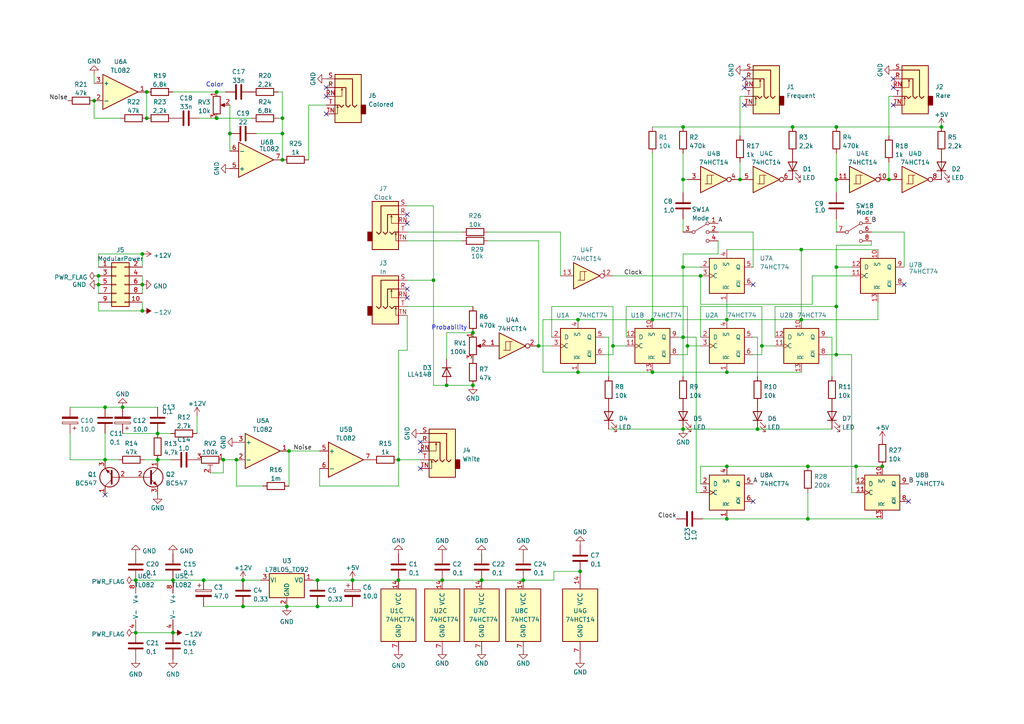
<source format=kicad_sch>
(kicad_sch (version 20211123) (generator eeschema)
  (paper "A4")
  (junction (at 128.27 168.275))
  (junction (at 156.21 100.33))
  (junction (at 199.39 100.33))
  (junction (at 102.235 168.275))
  (junction (at 203.2 80.01))
  (junction (at 167.64 107.95))
  (junction (at 28.575 82.55))
  (junction (at 70.485 168.275))
  (junction (at 139.7 168.275))
  (junction (at 30.48 133.35))
  (junction (at 27.305 29.21))
  (junction (at 50.165 168.275))
  (junction (at 41.275 82.55))
  (junction (at 35.56 118.11))
  (junction (at 177.8 100.33))
  (junction (at 273.05 36.83))
  (junction (at 81.915 34.29))
  (junction (at 219.71 124.46))
  (junction (at 242.57 52.07))
  (junction (at 39.37 168.275))
  (junction (at 198.12 36.83))
  (junction (at 151.765 168.275))
  (junction (at 39.37 183.515))
  (junction (at 81.915 46.355))
  (junction (at 50.165 183.515))
  (junction (at 129.54 111.76))
  (junction (at 125.73 81.28))
  (junction (at 42.545 26.67))
  (junction (at 198.12 124.46))
  (junction (at 28.575 80.01))
  (junction (at 189.23 107.95))
  (junction (at 62.865 34.29))
  (junction (at 242.57 77.47))
  (junction (at 229.87 36.83))
  (junction (at 45.72 133.35))
  (junction (at 189.23 92.71))
  (junction (at 255.905 135.255))
  (junction (at 81.915 38.735))
  (junction (at 242.57 36.83))
  (junction (at 64.77 133.35))
  (junction (at 92.075 168.275))
  (junction (at 210.82 150.495))
  (junction (at 92.075 175.895))
  (junction (at 115.57 133.35))
  (junction (at 210.82 107.95))
  (junction (at 220.98 100.33))
  (junction (at 248.285 135.255))
  (junction (at 198.12 77.47))
  (junction (at 30.48 118.11))
  (junction (at 232.41 92.71))
  (junction (at 242.57 88.9))
  (junction (at 210.82 135.255))
  (junction (at 137.16 96.52))
  (junction (at 42.545 34.29))
  (junction (at 59.055 168.275))
  (junction (at 62.865 26.67))
  (junction (at 45.72 125.73))
  (junction (at 83.185 175.895))
  (junction (at 41.275 73.66))
  (junction (at 232.41 72.39))
  (junction (at 210.82 92.71))
  (junction (at 137.16 111.76))
  (junction (at 83.82 130.81))
  (junction (at 41.275 90.17))
  (junction (at 198.12 52.07))
  (junction (at 68.58 133.35))
  (junction (at 115.57 168.275))
  (junction (at 70.485 175.895))
  (junction (at 257.81 52.07))
  (junction (at 167.64 92.71))
  (junction (at 198.12 97.79))
  (junction (at 234.315 150.495))
  (junction (at 66.675 38.735))
  (junction (at 242.57 102.87))
  (junction (at 214.63 52.07))
  (junction (at 168.275 165.735))
  (junction (at 234.315 135.255))
  (no_connect (at 118.11 62.23))
  (no_connect (at 118.11 64.77))
  (no_connect (at 215.9 22.86))
  (no_connect (at 121.92 130.81))
  (no_connect (at 218.44 82.55))
  (no_connect (at 94.615 25.4))
  (no_connect (at 259.08 30.48))
  (no_connect (at 215.9 30.48))
  (no_connect (at 94.615 33.02))
  (no_connect (at 118.11 86.36))
  (no_connect (at 118.11 83.82))
  (no_connect (at 215.9 25.4))
  (no_connect (at 262.255 82.55))
  (no_connect (at 121.92 128.27))
  (no_connect (at 218.44 145.415))
  (no_connect (at 30.48 143.51))
  (no_connect (at 259.08 22.86))
  (no_connect (at 121.92 135.89))
  (no_connect (at 94.615 27.94))
  (no_connect (at 259.08 25.4))
  (no_connect (at 263.525 145.415))
  (wire (pts (xy 80.645 26.67) (xy 81.915 26.67)))
  (wire (pts (xy 160.655 168.275) (xy 151.765 168.275)))
  (wire (pts (xy 92.075 175.895) (xy 102.235 175.895)))
  (wire (pts (xy 177.8 80.01) (xy 203.2 80.01)))
  (wire (pts (xy 176.53 97.79) (xy 175.26 97.79)))
  (wire (pts (xy 115.57 101.6) (xy 115.57 133.35)))
  (wire (pts (xy 83.185 175.895) (xy 92.075 175.895)))
  (wire (pts (xy 115.57 133.35) (xy 115.57 140.97)))
  (wire (pts (xy 162.56 67.31) (xy 162.56 80.01)))
  (wire (pts (xy 41.275 90.17) (xy 28.575 90.17)))
  (wire (pts (xy 68.58 140.97) (xy 68.58 133.35)))
  (wire (pts (xy 257.81 27.94) (xy 257.81 39.37)))
  (wire (pts (xy 203.2 88.9) (xy 220.98 88.9)))
  (wire (pts (xy 220.98 88.9) (xy 220.98 100.33)))
  (wire (pts (xy 115.57 168.275) (xy 128.27 168.275)))
  (wire (pts (xy 242.57 63.5) (xy 242.57 67.31)))
  (wire (pts (xy 196.85 102.87) (xy 199.39 102.87)))
  (wire (pts (xy 45.72 125.73) (xy 49.53 125.73)))
  (wire (pts (xy 189.23 107.95) (xy 210.82 107.95)))
  (wire (pts (xy 57.15 120.65) (xy 57.15 125.73)))
  (wire (pts (xy 118.11 101.6) (xy 115.57 101.6)))
  (wire (pts (xy 160.02 97.79) (xy 160.02 88.9)))
  (wire (pts (xy 115.57 133.35) (xy 121.92 133.35)))
  (wire (pts (xy 208.28 73.66) (xy 198.12 73.66)))
  (wire (pts (xy 89.535 30.48) (xy 94.615 30.48)))
  (wire (pts (xy 203.835 150.495) (xy 210.82 150.495)))
  (wire (pts (xy 210.82 92.71) (xy 232.41 92.71)))
  (wire (pts (xy 248.285 135.255) (xy 248.285 140.335)))
  (wire (pts (xy 218.44 67.31) (xy 218.44 77.47)))
  (wire (pts (xy 141.605 69.85) (xy 156.21 69.85)))
  (wire (pts (xy 247.015 102.87) (xy 242.57 102.87)))
  (wire (pts (xy 259.08 27.94) (xy 257.81 27.94)))
  (wire (pts (xy 28.575 77.47) (xy 28.575 73.66)))
  (wire (pts (xy 92.71 140.97) (xy 92.71 135.89)))
  (wire (pts (xy 201.93 142.875) (xy 201.93 97.79)))
  (wire (pts (xy 242.57 88.9) (xy 242.57 102.87)))
  (wire (pts (xy 64.77 137.16) (xy 64.77 133.35)))
  (wire (pts (xy 176.53 124.46) (xy 198.12 124.46)))
  (wire (pts (xy 41.275 80.01) (xy 41.275 82.55)))
  (wire (pts (xy 241.3 97.79) (xy 240.03 97.79)))
  (wire (pts (xy 151.765 168.275) (xy 139.7 168.275)))
  (wire (pts (xy 176.53 109.22) (xy 176.53 97.79)))
  (wire (pts (xy 118.11 91.44) (xy 118.11 101.6)))
  (wire (pts (xy 218.44 102.87) (xy 220.98 102.87)))
  (wire (pts (xy 177.8 102.87) (xy 177.8 100.33)))
  (wire (pts (xy 198.12 97.79) (xy 196.85 97.79)))
  (wire (pts (xy 118.11 69.85) (xy 133.985 69.85)))
  (wire (pts (xy 252.73 67.31) (xy 262.255 67.31)))
  (wire (pts (xy 41.275 82.55) (xy 41.275 85.09)))
  (wire (pts (xy 177.8 100.33) (xy 181.61 100.33)))
  (wire (pts (xy 189.23 92.71) (xy 210.82 92.71)))
  (wire (pts (xy 57.785 34.29) (xy 62.865 34.29)))
  (wire (pts (xy 242.57 44.45) (xy 242.57 52.07)))
  (wire (pts (xy 157.48 107.95) (xy 167.64 107.95)))
  (wire (pts (xy 189.23 36.83) (xy 198.12 36.83)))
  (wire (pts (xy 30.48 133.35) (xy 34.29 133.35)))
  (wire (pts (xy 198.12 55.88) (xy 198.12 52.07)))
  (wire (pts (xy 199.39 88.9) (xy 199.39 100.33)))
  (wire (pts (xy 50.165 168.275) (xy 59.055 168.275)))
  (wire (pts (xy 167.64 92.71) (xy 157.48 92.71)))
  (wire (pts (xy 198.12 109.22) (xy 198.12 97.79)))
  (wire (pts (xy 139.7 168.275) (xy 128.27 168.275)))
  (wire (pts (xy 247.015 80.01) (xy 235.585 80.01)))
  (wire (pts (xy 224.79 97.79) (xy 224.79 88.9)))
  (wire (pts (xy 66.675 30.48) (xy 66.675 38.735)))
  (wire (pts (xy 76.2 140.97) (xy 68.58 140.97)))
  (wire (pts (xy 189.23 44.45) (xy 189.23 92.71)))
  (wire (pts (xy 219.71 97.79) (xy 218.44 97.79)))
  (wire (pts (xy 30.48 125.73) (xy 30.48 133.35)))
  (wire (pts (xy 181.61 88.9) (xy 199.39 88.9)))
  (wire (pts (xy 129.54 96.52) (xy 137.16 96.52)))
  (wire (pts (xy 252.73 69.85) (xy 252.73 71.12)))
  (wire (pts (xy 35.56 125.73) (xy 45.72 125.73)))
  (wire (pts (xy 41.275 87.63) (xy 41.275 90.17)))
  (wire (pts (xy 234.315 135.255) (xy 248.285 135.255)))
  (wire (pts (xy 89.535 30.48) (xy 89.535 46.355)))
  (wire (pts (xy 262.255 67.31) (xy 262.255 77.47)))
  (wire (pts (xy 160.655 165.735) (xy 160.655 168.275)))
  (wire (pts (xy 20.32 125.73) (xy 20.32 133.35)))
  (wire (pts (xy 257.81 46.99) (xy 257.81 52.07)))
  (wire (pts (xy 181.61 97.79) (xy 181.61 88.9)))
  (wire (pts (xy 41.91 133.35) (xy 45.72 133.35)))
  (wire (pts (xy 125.73 59.69) (xy 125.73 81.28)))
  (wire (pts (xy 50.165 26.67) (xy 62.865 26.67)))
  (wire (pts (xy 242.57 77.47) (xy 242.57 88.9)))
  (wire (pts (xy 28.575 80.01) (xy 28.575 82.55)))
  (wire (pts (xy 27.305 21.59) (xy 27.305 24.13)))
  (wire (pts (xy 41.275 73.66) (xy 41.275 77.47)))
  (wire (pts (xy 198.12 36.83) (xy 229.87 36.83)))
  (wire (pts (xy 45.72 133.35) (xy 49.53 133.35)))
  (wire (pts (xy 118.11 81.28) (xy 125.73 81.28)))
  (wire (pts (xy 234.315 150.495) (xy 210.82 150.495)))
  (wire (pts (xy 129.54 111.76) (xy 137.16 111.76)))
  (wire (pts (xy 198.12 52.07) (xy 199.39 52.07)))
  (wire (pts (xy 220.98 100.33) (xy 224.79 100.33)))
  (wire (pts (xy 203.2 97.79) (xy 203.2 88.9)))
  (wire (pts (xy 175.26 102.87) (xy 177.8 102.87)))
  (wire (pts (xy 234.315 150.495) (xy 255.905 150.495)))
  (wire (pts (xy 115.57 140.97) (xy 92.71 140.97)))
  (wire (pts (xy 242.57 102.87) (xy 240.03 102.87)))
  (wire (pts (xy 254.635 87.63) (xy 254.635 92.71)))
  (wire (pts (xy 242.57 36.83) (xy 273.05 36.83)))
  (wire (pts (xy 102.235 168.275) (xy 115.57 168.275)))
  (wire (pts (xy 210.82 135.255) (xy 234.315 135.255)))
  (wire (pts (xy 81.915 26.67) (xy 81.915 34.29)))
  (wire (pts (xy 28.575 73.66) (xy 41.275 73.66)))
  (wire (pts (xy 90.805 168.275) (xy 92.075 168.275)))
  (wire (pts (xy 167.64 107.95) (xy 189.23 107.95)))
  (wire (pts (xy 160.02 88.9) (xy 177.8 88.9)))
  (wire (pts (xy 59.055 168.275) (xy 70.485 168.275)))
  (wire (pts (xy 60.96 137.16) (xy 64.77 137.16)))
  (wire (pts (xy 118.11 67.31) (xy 133.985 67.31)))
  (wire (pts (xy 248.285 135.255) (xy 255.905 135.255)))
  (wire (pts (xy 35.56 118.11) (xy 30.48 118.11)))
  (wire (pts (xy 235.585 80.01) (xy 235.585 88.265)))
  (wire (pts (xy 156.21 100.33) (xy 160.02 100.33)))
  (wire (pts (xy 198.12 63.5) (xy 198.12 67.31)))
  (wire (pts (xy 81.915 38.735) (xy 81.915 46.355)))
  (wire (pts (xy 210.82 87.63) (xy 210.82 92.71)))
  (wire (pts (xy 27.305 34.29) (xy 27.305 29.21)))
  (wire (pts (xy 42.545 26.67) (xy 42.545 34.29)))
  (wire (pts (xy 198.12 124.46) (xy 219.71 124.46)))
  (wire (pts (xy 242.57 71.12) (xy 242.57 77.47)))
  (wire (pts (xy 248.285 142.875) (xy 247.015 142.875)))
  (wire (pts (xy 129.54 104.14) (xy 129.54 96.52)))
  (wire (pts (xy 198.12 77.47) (xy 198.12 97.79)))
  (wire (pts (xy 203.2 88.265) (xy 203.2 80.01)))
  (wire (pts (xy 201.93 97.79) (xy 198.12 97.79)))
  (wire (pts (xy 35.56 118.11) (xy 45.72 118.11)))
  (wire (pts (xy 203.2 142.875) (xy 201.93 142.875)))
  (wire (pts (xy 229.87 36.83) (xy 242.57 36.83)))
  (wire (pts (xy 81.915 34.29) (xy 81.915 38.735)))
  (wire (pts (xy 62.865 34.29) (xy 73.025 34.29)))
  (wire (pts (xy 80.645 34.29) (xy 81.915 34.29)))
  (wire (pts (xy 242.57 77.47) (xy 247.015 77.47)))
  (wire (pts (xy 177.8 88.9) (xy 177.8 100.33)))
  (wire (pts (xy 247.015 142.875) (xy 247.015 102.87)))
  (wire (pts (xy 28.575 90.17) (xy 28.575 87.63)))
  (wire (pts (xy 235.585 88.265) (xy 203.2 88.265)))
  (wire (pts (xy 141.605 67.31) (xy 162.56 67.31)))
  (wire (pts (xy 234.315 142.875) (xy 234.315 150.495)))
  (wire (pts (xy 214.63 39.37) (xy 214.63 27.94)))
  (wire (pts (xy 203.2 135.255) (xy 210.82 135.255)))
  (wire (pts (xy 20.32 118.11) (xy 30.48 118.11)))
  (wire (pts (xy 203.2 140.335) (xy 203.2 135.255)))
  (wire (pts (xy 210.82 72.39) (xy 232.41 72.39)))
  (wire (pts (xy 215.9 27.94) (xy 214.63 27.94)))
  (wire (pts (xy 118.11 88.9) (xy 137.16 88.9)))
  (wire (pts (xy 125.73 81.28) (xy 125.73 111.76)))
  (wire (pts (xy 70.485 175.895) (xy 83.185 175.895)))
  (wire (pts (xy 210.82 107.95) (xy 232.41 107.95)))
  (wire (pts (xy 167.64 92.71) (xy 189.23 92.71)))
  (wire (pts (xy 156.21 69.85) (xy 156.21 100.33)))
  (wire (pts (xy 64.77 133.35) (xy 68.58 133.35)))
  (wire (pts (xy 34.925 34.29) (xy 27.305 34.29)))
  (wire (pts (xy 219.71 124.46) (xy 241.3 124.46)))
  (wire (pts (xy 83.82 130.81) (xy 83.82 140.97)))
  (wire (pts (xy 214.63 46.99) (xy 214.63 52.07)))
  (wire (pts (xy 28.575 82.55) (xy 28.575 85.09)))
  (wire (pts (xy 39.37 183.515) (xy 50.165 183.515)))
  (wire (pts (xy 198.12 77.47) (xy 203.2 77.47)))
  (wire (pts (xy 208.28 69.85) (xy 208.28 73.66)))
  (wire (pts (xy 242.57 55.88) (xy 242.57 52.07)))
  (wire (pts (xy 254.635 92.71) (xy 232.41 92.71)))
  (wire (pts (xy 70.485 168.275) (xy 75.565 168.275)))
  (wire (pts (xy 74.295 38.735) (xy 81.915 38.735)))
  (wire (pts (xy 125.73 111.76) (xy 129.54 111.76)))
  (wire (pts (xy 199.39 102.87) (xy 199.39 100.33)))
  (wire (pts (xy 232.41 72.39) (xy 254.635 72.39)))
  (wire (pts (xy 39.37 168.275) (xy 50.165 168.275)))
  (wire (pts (xy 224.79 88.9) (xy 242.57 88.9)))
  (wire (pts (xy 118.11 59.69) (xy 125.73 59.69)))
  (wire (pts (xy 220.98 102.87) (xy 220.98 100.33)))
  (wire (pts (xy 59.055 175.895) (xy 70.485 175.895)))
  (wire (pts (xy 83.82 130.81) (xy 92.71 130.81)))
  (wire (pts (xy 157.48 92.71) (xy 157.48 107.95)))
  (wire (pts (xy 62.865 26.67) (xy 65.405 26.67)))
  (wire (pts (xy 232.41 72.39) (xy 232.41 92.71)))
  (wire (pts (xy 168.275 165.735) (xy 160.655 165.735)))
  (wire (pts (xy 20.32 133.35) (xy 30.48 133.35)))
  (wire (pts (xy 219.71 109.22) (xy 219.71 97.79)))
  (wire (pts (xy 66.675 38.735) (xy 66.675 43.815)))
  (wire (pts (xy 208.28 67.31) (xy 218.44 67.31)))
  (wire (pts (xy 199.39 100.33) (xy 203.2 100.33)))
  (wire (pts (xy 241.3 109.22) (xy 241.3 97.79)))
  (wire (pts (xy 92.075 168.275) (xy 102.235 168.275)))
  (wire (pts (xy 198.12 73.66) (xy 198.12 77.47)))
  (wire (pts (xy 198.12 44.45) (xy 198.12 52.07)))
  (wire (pts (xy 252.73 71.12) (xy 242.57 71.12)))
  (text "Probability" (at 125.095 95.885 0) (effects (font (size 1.27 1.27)) (justify left bottom)))
  (text "Color" (at 59.69 25.4 0) (effects (font (size 1.27 1.27)) (justify left bottom)))
  (label "Noise" (at 85.09 130.81 0))
  (label "Clock" (at 180.975 80.01 0))
  (label "B" (at 252.73 64.77 0))
  (label "Clock" (at 196.215 150.495 180))
  (label "B" (at 263.525 140.335 0))
  (label "Noise" (at 19.685 29.21 180))
  (label "A" (at 218.44 140.335 0))
  (label "A" (at 208.28 64.77 0))
  (symbol (lib_id "Device:R") (at 45.72 129.54 0) (unit 1)
    (property "Reference" "R13" (at 47.498 128.7053 0) (effects (justify left)))
    (property "Value" "4,7k" (at 47.498 131.2422 0) (effects (justify left)))
    (property "Footprint" "Resistor_SMD:R_0805_2012Metric_Pad1.20x1.40mm_HandSolder" (effects hide))
  )
  (symbol (lib_id "power:GND") (at 168.275 191.135 0) (unit 1)
    (property "Reference" "#PWR09" (effects hide))
    (property "Value" "GND" (at 168.275 194.945 0))
  )
  (symbol (lib_id "74xx:74HC14") (at 148.59 100.33 0) (unit 1)
    (property "Reference" "U4" (at 148.59 92.8202 0))
    (property "Value" "74HCT14" (at 148.59 95.3571 0))
    (property "Footprint" "Package_DIP:DIP-14_W7.62mm_Socket_LongPads" (effects hide))
    (property "Datasheet" "http://www.ti.com/lit/gpn/sn74HC14" (effects hide))
  )
  (symbol (lib_id "power:GND") (at 139.7 188.595 0) (unit 1)
    (property "Reference" "#PWR032" (effects hide))
    (property "Value" "GND" (at 139.7 192.405 0))
  )
  (symbol (lib_id "Device:R") (at 137.16 107.95 0) (unit 1)
    (property "Reference" "R7" (at 138.938 107.1153 0) (effects (justify left)))
    (property "Value" "47k" (at 138.938 109.6522 0) (effects (justify left)))
    (property "Footprint" "Resistor_SMD:R_0805_2012Metric_Pad1.20x1.40mm_HandSolder" (effects hide))
  )
  (symbol (lib_id "Device:C") (at 92.075 172.085 0) (unit 1)
    (property "Reference" "C5" (at 94.996 171.2503 0) (effects (justify left)))
    (property "Value" "0,33" (at 94.996 173.7872 0) (effects (justify left)))
    (property "Footprint" "Capacitor_SMD:C_0805_2012Metric_Pad1.18x1.45mm_HandSolder" (effects hide))
  )
  (symbol (lib_id "Device:R") (at 46.355 26.67 90) (unit 1)
    (property "Reference" "R19" (at 46.355 21.9542 90))
    (property "Value" "6,8k" (at 46.355 24.4911 90))
    (property "Footprint" "Resistor_SMD:R_0805_2012Metric_Pad1.20x1.40mm_HandSolder" (effects hide))
  )
  (symbol (lib_id "power:GND") (at 50.165 191.135 0) (unit 1)
    (property "Reference" "#PWR021" (effects hide))
    (property "Value" "GND" (at 50.165 195.5784 0))
  )
  (symbol (lib_id "power:GND") (at 128.27 160.655 180) (unit 1)
    (property "Reference" "#PWR02" (effects hide))
    (property "Value" "GND" (at 128.27 156.845 0))
  )
  (symbol (lib_id "74xx:74HC14") (at 170.18 80.01 0) (unit 6)
    (property "Reference" "U4" (at 170.18 72.5002 0))
    (property "Value" "74HCT14" (at 170.18 75.0371 0))
    (property "Footprint" "Package_DIP:DIP-14_W7.62mm_Socket_LongPads" (effects hide))
    (property "Datasheet" "http://www.ti.com/lit/gpn/sn74HC14" (effects hide))
  )
  (symbol (lib_id "power:GND") (at 68.58 128.27 270) (unit 1)
    (property "Reference" "#PWR017" (effects hide))
    (property "Value" "GND" (at 64.77 128.27 0))
  )
  (symbol (lib_id "Device:C") (at 198.12 59.69 0) (unit 1)
    (property "Reference" "C8" (at 192.405 58.42 0) (effects (justify left)))
    (property "Value" "1,0" (at 192.405 60.96 0) (effects (justify left)))
    (property "Footprint" "Capacitor_SMD:C_0805_2012Metric_Pad1.18x1.45mm_HandSolder" (effects hide))
  )
  (symbol (lib_id "Device:LED") (at 241.3 120.65 90) (unit 1)
    (property "Reference" "D7" (at 244.221 121.4028 90) (effects (justify right)))
    (property "Value" "LED" (at 244.221 123.9397 90) (effects (justify right)))
    (property "Footprint" "LED_THT:LED_D3.0mm" (effects hide))
  )
  (symbol (lib_id "Device:R") (at 111.76 133.35 90) (unit 1)
    (property "Reference" "R15" (at 111.76 128.6342 90))
    (property "Value" "1k" (at 111.76 131.1711 90))
    (property "Footprint" "Resistor_SMD:R_0805_2012Metric_Pad1.20x1.40mm_HandSolder" (effects hide))
  )
  (symbol (lib_id "Device:C") (at 139.7 164.465 0) (unit 1)
    (property "Reference" "C22" (at 142.621 163.6303 0) (effects (justify left)))
    (property "Value" "0,1" (at 142.621 166.1672 0) (effects (justify left)))
    (property "Footprint" "Capacitor_SMD:C_0805_2012Metric_Pad1.18x1.45mm_HandSolder" (effects hide))
  )
  (symbol (lib_id "Device:R") (at 38.735 34.29 90) (unit 1)
    (property "Reference" "R22" (at 38.735 29.5742 90))
    (property "Value" "47k" (at 38.735 32.1111 90))
    (property "Footprint" "Resistor_SMD:R_0805_2012Metric_Pad1.20x1.40mm_HandSolder" (effects hide))
  )
  (symbol (lib_id "Device:C_Polarized") (at 102.235 172.085 0) (unit 1)
    (property "Reference" "C6" (at 105.156 170.3613 0) (effects (justify left)))
    (property "Value" "10,0" (at 105.156 172.8982 0) (effects (justify left)))
    (property "Footprint" "Capacitor_SMD:CP_Elec_4x5.4" (effects hide))
  )
  (symbol (lib_id "74xx:74HC74") (at 128.27 178.435 0) (unit 3)
    (property "Reference" "U2" (at 125.73 177.165 0) (effects (justify left)))
    (property "Value" "74HCT74" (at 124.46 179.705 0) (effects (justify left)))
    (property "Footprint" "Package_DIP:DIP-14_W7.62mm_Socket_LongPads" (effects hide))
    (property "Datasheet" "74xx/74hc_hct74.pdf" (effects hide))
  )
  (symbol (lib_id "power:+12V") (at 57.15 120.65 0) (unit 1)
    (property "Reference" "#PWR015" (effects hide))
    (property "Value" "+12V" (at 57.15 117.0742 0))
  )
  (symbol (lib_id "Device:R") (at 198.12 40.64 0) (unit 1)
    (property "Reference" "R2" (at 199.898 39.8053 0) (effects (justify left)))
    (property "Value" "470k" (at 199.898 42.3422 0) (effects (justify left)))
    (property "Footprint" "Resistor_SMD:R_0805_2012Metric_Pad1.20x1.40mm_HandSolder" (effects hide))
  )
  (symbol (lib_id "Device:LED") (at 219.71 120.65 90) (unit 1)
    (property "Reference" "D6" (at 222.631 121.4028 90) (effects (justify right)))
    (property "Value" "LED" (at 222.631 123.9397 90) (effects (justify right)))
    (property "Footprint" "LED_THT:LED_D3.0mm" (effects hide))
  )
  (symbol (lib_id "power:GND") (at 137.16 111.76 0) (unit 1)
    (property "Reference" "#PWR013" (effects hide))
    (property "Value" "GND" (at 137.16 115.57 0))
  )
  (symbol (lib_id "Device:C") (at 115.57 164.465 0) (unit 1)
    (property "Reference" "C1" (at 118.491 163.6303 0) (effects (justify left)))
    (property "Value" "0,1" (at 118.491 166.1672 0) (effects (justify left)))
    (property "Footprint" "Capacitor_SMD:C_0805_2012Metric_Pad1.18x1.45mm_HandSolder" (effects hide))
  )
  (symbol (lib_id "Device:C") (at 151.765 164.465 0) (unit 1)
    (property "Reference" "C24" (at 154.686 163.6303 0) (effects (justify left)))
    (property "Value" "0,1" (at 154.686 166.1672 0) (effects (justify left)))
    (property "Footprint" "Capacitor_SMD:C_0805_2012Metric_Pad1.18x1.45mm_HandSolder" (effects hide))
  )
  (symbol (lib_id "Device:C") (at 50.165 164.465 0) (unit 1)
    (property "Reference" "C15" (at 53.086 163.6303 0) (effects (justify left)))
    (property "Value" "0,1" (at 53.086 166.1672 0) (effects (justify left)))
    (property "Footprint" "Capacitor_SMD:C_0805_2012Metric_Pad1.18x1.45mm_HandSolder" (effects hide))
  )
  (symbol (lib_id "Device:C") (at 45.72 121.92 0) (unit 1)
    (property "Reference" "C13" (at 46.99 118.11 0) (effects (justify left)))
    (property "Value" "0,1" (at 46.99 119.38 0) (effects (justify left)))
    (property "Footprint" "Capacitor_SMD:C_0805_2012Metric_Pad1.18x1.45mm_HandSolder" (effects hide))
  )
  (symbol (lib_id "Device:R_Potentiometer_Trim") (at 60.96 133.35 270) (unit 1)
    (property "Reference" "RV2" (at 60.96 128.6342 90))
    (property "Value" "100k" (at 60.96 131.1711 90))
    (property "Footprint" "Potentiometer_THT:Potentiometer_Runtron_RM-065_Vertical" (effects hide))
  )
  (symbol (lib_id "Connector:AudioJack3_SwitchTR") (at 264.16 22.86 0) (mirror y) (unit 1)
    (property "Reference" "J2" (at 271.272 25.2003 0) (effects (justify right)))
    (property "Value" "Rare" (at 271.272 27.7372 0) (effects (justify right)))
    (property "Footprint" "Connector_Audio:Jack_3.5mm_CUI_SJ1-3525N_Horizontal" (effects hide))
  )
  (symbol (lib_id "Device:R") (at 234.315 139.065 0) (unit 1)
    (property "Reference" "R28" (at 236.093 138.2303 0) (effects (justify left)))
    (property "Value" "200k" (at 236.093 140.7672 0) (effects (justify left)))
    (property "Footprint" "Resistor_SMD:R_0805_2012Metric_Pad1.20x1.40mm_HandSolder" (effects hide))
  )
  (symbol (lib_id "power:+5V") (at 273.05 36.83 0) (unit 1)
    (property "Reference" "#PWR012" (effects hide))
    (property "Value" "+5V" (at 273.05 33.2542 0))
  )
  (symbol (lib_id "Device:C") (at 53.975 34.29 90) (unit 1)
    (property "Reference" "C18" (at 53.975 28.4312 90))
    (property "Value" "33n" (at 53.975 30.9681 90))
    (property "Footprint" "Capacitor_SMD:C_0805_2012Metric_Pad1.18x1.45mm_HandSolder" (effects hide))
  )
  (symbol (lib_id "power:GND") (at 28.575 82.55 270) (unit 1)
    (property "Reference" "#PWR023" (effects hide))
    (property "Value" "GND" (at 20.955 82.55 90) (effects (justify left)))
  )
  (symbol (lib_id "Device:R_Potentiometer") (at 137.16 100.33 0) (unit 1)
    (property "Reference" "RV1" (at 135.3821 99.4953 0) (effects (justify right)))
    (property "Value" "100k" (at 135.3821 102.0322 0) (effects (justify right)))
    (property "Footprint" "Potentiometer_THT:Potentiometer_Alps_RK097_Single_Horizontal" (effects hide))
  )
  (symbol (lib_id "Device:R") (at 273.05 40.64 0) (unit 1)
    (property "Reference" "R5" (at 274.828 39.8053 0) (effects (justify left)))
    (property "Value" "2,2k" (at 274.828 42.3422 0) (effects (justify left)))
    (property "Footprint" "Resistor_SMD:R_0805_2012Metric_Pad1.20x1.40mm_HandSolder" (effects hide))
  )
  (symbol (lib_id "74xx:74HC74") (at 254.635 80.01 0) (unit 2)
    (property "Reference" "U7" (at 263.525 76.835 0) (effects (justify left)))
    (property "Value" "74HCT74" (at 263.525 78.74 0) (effects (justify left)))
    (property "Footprint" "Package_DIP:DIP-14_W7.62mm_Socket_LongPads" (effects hide))
    (property "Datasheet" "74xx/74hc_hct74.pdf" (effects hide))
  )
  (symbol (lib_id "Device:LED") (at 273.05 48.26 90) (unit 1)
    (property "Reference" "D2" (at 275.971 49.0128 90) (effects (justify right)))
    (property "Value" "LED" (at 275.971 51.5497 90) (effects (justify right)))
    (property "Footprint" "LED_THT:LED_D3.0mm" (effects hide))
  )
  (symbol (lib_id "Device:R") (at 23.495 29.21 90) (unit 1)
    (property "Reference" "R21" (at 23.495 24.4942 90))
    (property "Value" "47k" (at 23.495 27.0311 90))
    (property "Footprint" "Resistor_SMD:R_0805_2012Metric_Pad1.20x1.40mm_HandSolder" (effects hide))
  )
  (symbol (lib_id "power:-12V") (at 50.165 183.515 270) (unit 1)
    (property "Reference" "#PWR020" (effects hide))
    (property "Value" "-12V" (at 53.34 183.9488 90) (effects (justify left)))
  )
  (symbol (lib_id "Device:R") (at 137.795 67.31 90) (unit 1)
    (property "Reference" "R26" (at 137.795 62.5942 90))
    (property "Value" "10k" (at 137.795 65.1311 90))
    (property "Footprint" "Resistor_SMD:R_0805_2012Metric_Pad1.20x1.40mm_HandSolder" (effects hide))
  )
  (symbol (lib_id "Device:R") (at 76.835 34.29 90) (unit 1)
    (property "Reference" "R24" (at 76.835 29.5742 90))
    (property "Value" "6,8k" (at 76.835 32.1111 90))
    (property "Footprint" "Resistor_SMD:R_0805_2012Metric_Pad1.20x1.40mm_HandSolder" (effects hide))
  )
  (symbol (lib_id "Amplifier_Operational:TL082") (at 34.925 26.67 0) (unit 1)
    (property "Reference" "U6" (at 34.925 17.8902 0))
    (property "Value" "TL082" (at 34.925 20.4271 0))
    (property "Footprint" "Package_DIP:DIP-8_W7.62mm_Socket_LongPads" (effects hide))
    (property "Datasheet" "http://www.ti.com/lit/ds/symlink/tl081.pdf" (effects hide))
  )
  (symbol (lib_id "Switch:SW_DP3T") (at 247.65 67.31 0) (unit 2)
    (property "Reference" "SW1" (at 250.825 59.69 0))
    (property "Value" "Mode" (at 250.825 61.595 0))
  )
  (symbol (lib_id "power:GND") (at 151.765 160.655 180) (unit 1)
    (property "Reference" "#PWR033" (effects hide))
    (property "Value" "GND" (at 151.765 156.845 0))
  )
  (symbol (lib_id "power:GND") (at 139.7 160.655 180) (unit 1)
    (property "Reference" "#PWR031" (effects hide))
    (property "Value" "GND" (at 139.7 156.845 0))
  )
  (symbol (lib_id "Device:R") (at 257.81 43.18 180) (unit 1)
    (property "Reference" "R18" (at 259.588 42.3453 0) (effects (justify right)))
    (property "Value" "1k" (at 259.588 44.8822 0) (effects (justify right)))
    (property "Footprint" "Resistor_SMD:R_0805_2012Metric_Pad1.20x1.40mm_HandSolder" (effects hide))
  )
  (symbol (lib_id "Device:C") (at 53.34 133.35 90) (unit 1)
    (property "Reference" "C14" (at 53.34 127.4912 90))
    (property "Value" "1,0" (at 53.34 130.0281 90))
    (property "Footprint" "Capacitor_SMD:C_0805_2012Metric_Pad1.18x1.45mm_HandSolder" (effects hide))
  )
  (symbol (lib_id "Device:R") (at 46.355 34.29 90) (unit 1)
    (property "Reference" "R23" (at 46.355 29.5742 90))
    (property "Value" "2,2k" (at 46.355 32.1111 90))
    (property "Footprint" "Resistor_SMD:R_0805_2012Metric_Pad1.20x1.40mm_HandSolder" (effects hide))
  )
  (symbol (lib_id "Device:C") (at 50.165 187.325 0) (unit 1)
    (property "Reference" "C16" (at 53.086 186.4903 0) (effects (justify left)))
    (property "Value" "0,1" (at 53.086 189.0272 0) (effects (justify left)))
    (property "Footprint" "Capacitor_SMD:C_0805_2012Metric_Pad1.18x1.45mm_HandSolder" (effects hide))
  )
  (symbol (lib_id "Connector:AudioJack3_SwitchTR") (at 127 128.27 0) (mirror y) (unit 1)
    (property "Reference" "J4" (at 134.112 130.6103 0) (effects (justify right)))
    (property "Value" "White" (at 134.112 133.1472 0) (effects (justify right)))
    (property "Footprint" "Connector_Audio:Jack_3.5mm_CUI_SJ1-3525N_Horizontal" (effects hide))
  )
  (symbol (lib_id "Transistor_BJT:BC547") (at 33.02 138.43 180) (unit 1)
    (property "Reference" "Q1" (at 28.1686 137.5953 0) (effects (justify left)))
    (property "Value" "BC547" (at 28.1686 140.1322 0) (effects (justify left)))
    (property "Footprint" "Package_TO_SOT_THT:TO-92_Inline" (effects hide))
    (property "Datasheet" "https://www.onsemi.com/pub/Collateral/BC550-D.pdf" (effects hide))
  )
  (symbol (lib_id "Device:R") (at 242.57 40.64 0) (unit 1)
    (property "Reference" "R4" (at 244.348 39.8053 0) (effects (justify left)))
    (property "Value" "470k" (at 244.348 42.3422 0) (effects (justify left)))
    (property "Footprint" "Resistor_SMD:R_0805_2012Metric_Pad1.20x1.40mm_HandSolder" (effects hide))
  )
  (symbol (lib_id "Device:R") (at 85.725 46.355 90) (unit 1)
    (property "Reference" "R25" (at 85.725 41.6392 90))
    (property "Value" "1k" (at 85.725 44.1761 90))
    (property "Footprint" "Resistor_SMD:R_0805_2012Metric_Pad1.20x1.40mm_HandSolder" (effects hide))
  )
  (symbol (lib_id "power:GND") (at 83.185 175.895 0) (unit 1)
    (property "Reference" "#PWR05" (effects hide))
    (property "Value" "GND" (at 83.185 180.3384 0))
  )
  (symbol (lib_id "Device:C_Polarized") (at 59.055 172.085 0) (unit 1)
    (property "Reference" "C3" (at 61.976 170.3613 0) (effects (justify left)))
    (property "Value" "47,0" (at 61.976 172.8982 0) (effects (justify left)))
    (property "Footprint" "Capacitor_SMD:CP_Elec_6.3x5.2" (effects hide))
  )
  (symbol (lib_id "Device:C_Polarized") (at 20.32 121.92 180) (unit 1)
    (property "Reference" "C10" (at 23.241 121.9743 0) (effects (justify right)))
    (property "Value" "10,0" (at 23.241 124.5112 0) (effects (justify right)))
    (property "Footprint" "Capacitor_SMD:CP_Elec_4x5.4" (effects hide))
  )
  (symbol (lib_id "power:GND") (at 259.08 20.32 270) (unit 1)
    (property "Reference" "#PWR011" (effects hide))
    (property "Value" "GND" (at 255.27 20.32 0))
  )
  (symbol (lib_id "74xx:74HC14") (at 265.43 52.07 0) (unit 4)
    (property "Reference" "U4" (at 265.43 44.5602 0))
    (property "Value" "74HCT14" (at 265.43 47.0971 0))
    (property "Footprint" "Package_DIP:DIP-14_W7.62mm_Socket_LongPads" (effects hide))
    (property "Datasheet" "http://www.ti.com/lit/gpn/sn74HC14" (effects hide))
  )
  (symbol (lib_id "Amplifier_Operational:TL082") (at 74.295 46.355 0) (mirror x) (unit 2)
    (property "Reference" "U6" (at 77.47 41.275 0))
    (property "Value" "TL082" (at 78.105 43.18 0))
    (property "Footprint" "Package_DIP:DIP-8_W7.62mm_Socket_LongPads" (effects hide))
    (property "Datasheet" "http://www.ti.com/lit/ds/symlink/tl081.pdf" (effects hide))
  )
  (symbol (lib_id "Device:R") (at 38.1 133.35 90) (unit 1)
    (property "Reference" "R14" (at 38.1 128.6342 90))
    (property "Value" "47k" (at 38.1 131.1711 90))
    (property "Footprint" "Resistor_SMD:R_0805_2012Metric_Pad1.20x1.40mm_HandSolder" (effects hide))
  )
  (symbol (lib_id "Amplifier_Operational:TL082") (at 52.705 175.895 0) (unit 3)
    (property "Reference" "U5" (at 52.705 167.1152 0))
    (property "Value" "TL082" (at 52.705 169.6521 0))
    (property "Footprint" "Package_DIP:DIP-8_W7.62mm_Socket_LongPads" (effects hide))
    (property "Datasheet" "http://www.ti.com/lit/ds/symlink/tl081.pdf" (effects hide))
  )
  (symbol (lib_id "power:PWR_FLAG") (at 39.37 168.275 90) (unit 1)
    (property "Reference" "#FLG0102" (effects hide))
    (property "Value" "PWR_FLAG" (at 36.1951 168.7088 90) (effects (justify left)))
  )
  (symbol (lib_id "power:GND") (at 39.37 191.135 0) (unit 1)
    (property "Reference" "#PWR030" (effects hide))
    (property "Value" "GND" (at 39.37 195.5784 0))
  )
  (symbol (lib_id "power:GND") (at 115.57 160.655 180) (unit 1)
    (property "Reference" "#PWR01" (effects hide))
    (property "Value" "GND" (at 115.57 156.845 0))
  )
  (symbol (lib_id "74xx:74HC74") (at 210.82 80.01 0) (unit 1)
    (property "Reference" "U7" (at 220.345 74.93 0) (effects (justify left)))
    (property "Value" "74HCT74" (at 220.345 77.47 0) (effects (justify left)))
    (property "Footprint" "Package_DIP:DIP-14_W7.62mm_Socket_LongPads" (effects hide))
    (property "Datasheet" "74xx/74hc_hct74.pdf" (effects hide))
  )
  (symbol (lib_id "74xx:74HC14") (at 207.01 52.07 0) (unit 2)
    (property "Reference" "U4" (at 207.01 44.5602 0))
    (property "Value" "74HCT14" (at 207.01 47.0971 0))
    (property "Footprint" "Package_DIP:DIP-14_W7.62mm_Socket_LongPads" (effects hide))
    (property "Datasheet" "http://www.ti.com/lit/gpn/sn74HC14" (effects hide))
  )
  (symbol (lib_id "Connector:AudioJack3_SwitchTR") (at 220.98 22.86 0) (mirror y) (unit 1)
    (property "Reference" "J1" (at 228.092 25.2003 0) (effects (justify right)))
    (property "Value" "Frequent" (at 228.092 27.7372 0) (effects (justify right)))
    (property "Footprint" "Connector_Audio:Jack_3.5mm_CUI_SJ1-3525N_Horizontal" (effects hide))
  )
  (symbol (lib_id "Amplifier_Operational:TL082") (at 76.2 130.81 0) (unit 1)
    (property "Reference" "U5" (at 76.2 122.0302 0))
    (property "Value" "TL082" (at 76.2 124.5671 0))
    (property "Footprint" "Package_DIP:DIP-8_W7.62mm_Socket_LongPads" (effects hide))
    (property "Datasheet" "http://www.ti.com/lit/ds/symlink/tl081.pdf" (effects hide))
  )
  (symbol (lib_id "power:GND") (at 35.56 118.11 180) (unit 1)
    (property "Reference" "#PWR0101" (effects hide))
    (property "Value" "GND" (at 35.56 114.3 0))
  )
  (symbol (lib_id "power:-12V") (at 41.275 90.17 270) (unit 1)
    (property "Reference" "#PWR025" (effects hide))
    (property "Value" "-12V" (at 44.45 90.6038 90) (effects (justify left)))
  )
  (symbol (lib_id "Amplifier_Operational:TL082") (at 100.33 133.35 0) (unit 2)
    (property "Reference" "U5" (at 100.33 124.5702 0))
    (property "Value" "TL082" (at 100.33 127.1071 0))
    (property "Footprint" "Package_DIP:DIP-8_W7.62mm_Socket_LongPads" (effects hide))
    (property "Datasheet" "http://www.ti.com/lit/ds/symlink/tl081.pdf" (effects hide))
  )
  (symbol (lib_id "74xx:74HC14") (at 222.25 52.07 0) (unit 3)
    (property "Reference" "U4" (at 222.25 44.5602 0))
    (property "Value" "74HCT14" (at 222.25 47.0971 0))
    (property "Footprint" "Package_DIP:DIP-14_W7.62mm_Socket_LongPads" (effects hide))
    (property "Datasheet" "http://www.ti.com/lit/gpn/sn74HC14" (effects hide))
  )
  (symbol (lib_id "Device:R") (at 198.12 113.03 0) (unit 1)
    (property "Reference" "R9" (at 199.898 112.1953 0) (effects (justify left)))
    (property "Value" "10k" (at 199.898 114.7322 0) (effects (justify left)))
    (property "Footprint" "Resistor_SMD:R_0805_2012Metric_Pad1.20x1.40mm_HandSolder" (effects hide))
  )
  (symbol (lib_id "Device:R") (at 76.835 26.67 90) (unit 1)
    (property "Reference" "R20" (at 76.835 21.9542 90))
    (property "Value" "2,2k" (at 76.835 24.4911 90))
    (property "Footprint" "Resistor_SMD:R_0805_2012Metric_Pad1.20x1.40mm_HandSolder" (effects hide))
  )
  (symbol (lib_id "Diode:LL4148") (at 129.54 107.95 270) (unit 1)
    (property "Reference" "D3" (at 122.555 106.68 90) (effects (justify left)))
    (property "Value" "LL4148" (at 118.11 108.585 90) (effects (justify left)))
    (property "Footprint" "Diode_SMD:D_MiniMELF" (effects hide))
    (property "Datasheet" "http://www.vishay.com/docs/85557/ll4148.pdf" (effects hide))
  )
  (symbol (lib_id "74xx:74HC74") (at 189.23 100.33 0) (unit 2)
    (property "Reference" "U1" (at 182.88 91.44 0) (effects (justify left)))
    (property "Value" "74HCT74" (at 189.23 91.44 0) (effects (justify left)))
    (property "Footprint" "Package_DIP:DIP-14_W7.62mm_Socket_LongPads" (effects hide))
    (property "Datasheet" "74xx/74hc_hct74.pdf" (effects hide))
  )
  (symbol (lib_id "Device:R") (at 241.3 113.03 0) (unit 1)
    (property "Reference" "R11" (at 243.078 112.1953 0) (effects (justify left)))
    (property "Value" "10k" (at 243.078 114.7322 0) (effects (justify left)))
    (property "Footprint" "Resistor_SMD:R_0805_2012Metric_Pad1.20x1.40mm_HandSolder" (effects hide))
  )
  (symbol (lib_id "power:+5V") (at 102.235 168.275 0) (unit 1)
    (property "Reference" "#PWR04" (effects hide))
    (property "Value" "+5V" (at 102.235 164.6992 0))
  )
  (symbol (lib_id "power:GND") (at 50.165 160.655 180) (unit 1)
    (property "Reference" "#PWR019" (effects hide))
    (property "Value" "GND" (at 52.07 159.8188 0) (effects (justify right)))
  )
  (symbol (lib_id "power:GND") (at 115.57 188.595 0) (unit 1)
    (property "Reference" "#PWR06" (effects hide))
    (property "Value" "GND" (at 115.57 193.0384 0))
  )
  (symbol (lib_id "power:GND") (at 198.12 124.46 0) (unit 1)
    (property "Reference" "#PWR014" (effects hide))
    (property "Value" "GND" (at 198.12 128.27 0))
  )
  (symbol (lib_id "Device:C") (at 168.275 161.925 0) (unit 1)
    (property "Reference" "C7" (at 171.196 161.0903 0) (effects (justify left)))
    (property "Value" "0,1" (at 171.196 163.6272 0) (effects (justify left)))
    (property "Footprint" "Capacitor_SMD:C_0805_2012Metric_Pad1.18x1.45mm_HandSolder" (effects hide))
  )
  (symbol (lib_id "Device:R") (at 189.23 40.64 0) (unit 1)
    (property "Reference" "R1" (at 191.008 39.8053 0) (effects (justify left)))
    (property "Value" "10k" (at 191.008 42.3422 0) (effects (justify left)))
    (property "Footprint" "Resistor_SMD:R_0805_2012Metric_Pad1.20x1.40mm_HandSolder" (effects hide))
  )
  (symbol (lib_id "power:GND") (at 41.275 82.55 90) (unit 1)
    (property "Reference" "#PWR024" (effects hide))
    (property "Value" "GND" (at 44.45 82.9838 90) (effects (justify right)))
  )
  (symbol (lib_id "Connector:AudioJack3_SwitchTR") (at 113.03 62.23 0) (unit 1)
    (property "Reference" "J7" (at 111.125 54.7202 0))
    (property "Value" "Clock" (at 111.125 57.2571 0))
    (property "Footprint" "Connector_Audio:Jack_3.5mm_CUI_SJ1-3525N_Horizontal" (effects hide))
  )
  (symbol (lib_id "74xx:74HC74") (at 151.765 178.435 0) (unit 3)
    (property "Reference" "U8" (at 149.225 177.165 0) (effects (justify left)))
    (property "Value" "74HCT74" (at 147.955 179.705 0) (effects (justify left)))
    (property "Footprint" "Package_DIP:DIP-14_W7.62mm_Socket_LongPads" (effects hide))
    (property "Datasheet" "74xx/74hc_hct74.pdf" (effects hide))
  )
  (symbol (lib_id "Device:C") (at 39.37 164.465 0) (unit 1)
    (property "Reference" "C20" (at 42.291 163.6303 0) (effects (justify left)))
    (property "Value" "0,1" (at 42.291 166.1672 0) (effects (justify left)))
    (property "Footprint" "Capacitor_SMD:C_0805_2012Metric_Pad1.18x1.45mm_HandSolder" (effects hide))
  )
  (symbol (lib_id "Device:R") (at 53.34 125.73 90) (unit 1)
    (property "Reference" "R12" (at 53.34 121.0142 90))
    (property "Value" "2,7k" (at 53.34 123.5511 90))
    (property "Footprint" "Resistor_SMD:R_0805_2012Metric_Pad1.20x1.40mm_HandSolder" (effects hide))
  )
  (symbol (lib_id "Device:C") (at 69.215 26.67 90) (unit 1)
    (property "Reference" "C17" (at 69.215 20.8112 90))
    (property "Value" "33n" (at 69.215 23.3481 90))
    (property "Footprint" "Capacitor_SMD:C_0805_2012Metric_Pad1.18x1.45mm_HandSolder" (effects hide))
  )
  (symbol (lib_id "74xx:74HC14") (at 168.275 178.435 0) (unit 7)
    (property "Reference" "U4" (at 168.275 177.165 0))
    (property "Value" "74HCT14" (at 168.275 179.705 0))
    (property "Footprint" "Package_DIP:DIP-14_W7.62mm_Socket_LongPads" (effects hide))
    (property "Datasheet" "http://www.ti.com/lit/gpn/sn74HC14" (effects hide))
  )
  (symbol (lib_id "Device:LED") (at 198.12 120.65 90) (unit 1)
    (property "Reference" "D5" (at 201.041 121.4028 90) (effects (justify right)))
    (property "Value" "LED" (at 201.041 123.9397 90) (effects (justify right)))
    (property "Footprint" "LED_THT:LED_D3.0mm" (effects hide))
  )
  (symbol (lib_id "power:GND") (at 168.275 158.115 180) (unit 1)
    (property "Reference" "#PWR08" (effects hide))
    (property "Value" "GND" (at 168.275 154.305 0))
  )
  (symbol (lib_id "Device:R") (at 176.53 113.03 0) (unit 1)
    (property "Reference" "R8" (at 178.308 112.1953 0) (effects (justify left)))
    (property "Value" "10k" (at 178.308 114.7322 0) (effects (justify left)))
    (property "Footprint" "Resistor_SMD:R_0805_2012Metric_Pad1.20x1.40mm_HandSolder" (effects hide))
  )
  (symbol (lib_id "power:+12V") (at 70.485 168.275 0) (unit 1)
    (property "Reference" "#PWR03" (effects hide))
    (property "Value" "+12V" (at 70.485 164.6992 0))
  )
  (symbol (lib_id "Device:C") (at 128.27 164.465 0) (unit 1)
    (property "Reference" "C2" (at 131.191 163.6303 0) (effects (justify left)))
    (property "Value" "0,1" (at 131.191 166.1672 0) (effects (justify left)))
    (property "Footprint" "Capacitor_SMD:C_0805_2012Metric_Pad1.18x1.45mm_HandSolder" (effects hide))
  )
  (symbol (lib_id "Device:R") (at 219.71 113.03 0) (unit 1)
    (property "Reference" "R10" (at 221.488 112.1953 0) (effects (justify left)))
    (property "Value" "10k" (at 221.488 114.7322 0) (effects (justify left)))
    (property "Footprint" "Resistor_SMD:R_0805_2012Metric_Pad1.20x1.40mm_HandSolder" (effects hide))
  )
  (symbol (lib_id "Connector:AudioJack3_SwitchTR") (at 99.695 25.4 0) (mirror y) (unit 1)
    (property "Reference" "J6" (at 106.807 27.7403 0) (effects (justify right)))
    (property "Value" "Colored" (at 106.807 30.2772 0) (effects (justify right)))
    (property "Footprint" "Connector_Audio:Jack_3.5mm_CUI_SJ1-3525N_Horizontal" (effects hide))
  )
  (symbol (lib_id "Regulator_Linear:L78L05_TO92") (at 83.185 168.275 0) (unit 1)
    (property "Reference" "U3" (at 83.185 162.6702 0))
    (property "Value" "L78L05_TO92" (at 83.185 165.2071 0))
    (property "Footprint" "Package_TO_SOT_THT:TO-92_Inline" (effects hide))
    (property "Datasheet" "http://www.st.com/content/ccc/resource/technical/document/datasheet/15/55/e5/aa/23/5b/43/fd/CD00000446.pdf/files/CD00000446.pdf/jcr:content/translations/en.CD00000446.pdf" (effects hide))
  )
  (symbol (lib_id "Device:C") (at 200.025 150.495 90) (unit 1)
    (property "Reference" "C23" (at 199.39 156.845 0) (effects (justify left)))
    (property "Value" "1,0" (at 201.295 156.845 0) (effects (justify left)))
    (property "Footprint" "Capacitor_SMD:C_0805_2012Metric_Pad1.18x1.45mm_HandSolder" (effects hide))
  )
  (symbol (lib_id "power:GND") (at 215.9 20.32 270) (unit 1)
    (property "Reference" "#PWR010" (effects hide))
    (property "Value" "GND" (at 212.09 20.32 0))
  )
  (symbol (lib_id "74xx:74HC14") (at 250.19 52.07 0) (unit 5)
    (property "Reference" "U4" (at 250.19 44.5602 0))
    (property "Value" "74HCT14" (at 250.19 47.0971 0))
    (property "Footprint" "Package_DIP:DIP-14_W7.62mm_Socket_LongPads" (effects hide))
    (property "Datasheet" "http://www.ti.com/lit/gpn/sn74HC14" (effects hide))
  )
  (symbol (lib_id "Device:C") (at 242.57 59.69 0) (unit 1)
    (property "Reference" "C9" (at 236.22 59.055 0) (effects (justify left)))
    (property "Value" "1,0" (at 236.22 60.96 0) (effects (justify left)))
    (property "Footprint" "Capacitor_SMD:C_0805_2012Metric_Pad1.18x1.45mm_HandSolder" (effects hide))
  )
  (symbol (lib_id "74xx:74HC74") (at 167.64 100.33 0) (unit 1)
    (property "Reference" "U1" (at 161.29 91.44 0) (effects (justify left)))
    (property "Value" "74HCT74" (at 167.64 91.44 0) (effects (justify left)))
    (property "Footprint" "Package_DIP:DIP-14_W7.62mm_Socket_LongPads" (effects hide))
    (property "Datasheet" "74xx/74hc_hct74.pdf" (effects hide))
  )
  (symbol (lib_id "74xx:74HC74") (at 210.82 142.875 0) (unit 1)
    (property "Reference" "U8" (at 220.345 137.795 0) (effects (justify left)))
    (property "Value" "74HCT74" (at 220.345 140.335 0) (effects (justify left)))
    (property "Footprint" "Package_DIP:DIP-14_W7.62mm_Socket_LongPads" (effects hide))
    (property "Datasheet" "74xx/74hc_hct74.pdf" (effects hide))
  )
  (symbol (lib_id "power:GND") (at 45.72 143.51 0) (unit 1)
    (property "Reference" "#PWR018" (effects hide))
    (property "Value" "GND" (at 45.72 147.32 0))
  )
  (symbol (lib_id "power:GND") (at 121.92 125.73 270) (unit 1)
    (property "Reference" "#PWR016" (effects hide))
    (property "Value" "GND" (at 118.11 125.73 0))
  )
  (symbol (lib_id "Device:R") (at 80.01 140.97 90) (unit 1)
    (property "Reference" "R16" (at 80.01 136.2542 90))
    (property "Value" "1m" (at 80.01 138.7911 90))
    (property "Footprint" "Resistor_SMD:R_0805_2012Metric_Pad1.20x1.40mm_HandSolder" (effects hide))
  )
  (symbol (lib_id "Device:R") (at 137.16 92.71 0) (unit 1)
    (property "Reference" "R6" (at 138.938 91.8753 0) (effects (justify left)))
    (property "Value" "470k" (at 138.938 94.4122 0) (effects (justify left)))
    (property "Footprint" "Resistor_SMD:R_0805_2012Metric_Pad1.20x1.40mm_HandSolder" (effects hide))
  )
  (symbol (lib_id "power:+12V") (at 41.275 73.66 270) (unit 1)
    (property "Reference" "#PWR022" (effects hide))
    (property "Value" "+12V" (at 44.45 74.0938 90) (effects (justify left)))
  )
  (symbol (lib_id "Device:R_Potentiometer") (at 62.865 30.48 0) (unit 1)
    (property "Reference" "RV3" (at 61.0871 29.6453 0) (effects (justify right)))
    (property "Value" "10k" (at 61.0871 32.1822 0) (effects (justify right)))
    (property "Footprint" "Potentiometer_THT:Potentiometer_Alps_RK097_Single_Horizontal" (effects hide))
  )
  (symbol (lib_id "74xx:74HC74") (at 232.41 100.33 0) (unit 2)
    (property "Reference" "U2" (at 226.06 91.44 0) (effects (justify left)))
    (property "Value" "74HCT74" (at 231.14 91.44 0) (effects (justify left)))
    (property "Footprint" "Package_DIP:DIP-14_W7.62mm_Socket_LongPads" (effects hide))
    (property "Datasheet" "74xx/74hc_hct74.pdf" (effects hide))
  )
  (symbol (lib_id "power:GND") (at 27.305 21.59 180) (unit 1)
    (property "Reference" "#PWR026" (effects hide))
    (property "Value" "GND" (at 27.305 17.78 0))
  )
  (symbol (lib_id "power:GND") (at 94.615 22.86 270) (unit 1)
    (property "Reference" "#PWR027" (effects hide))
    (property "Value" "GND" (at 90.805 22.86 0))
  )
  (symbol (lib_id "74xx:74HC74") (at 115.57 178.435 0) (unit 3)
    (property "Reference" "U1" (at 113.03 177.165 0) (effects (justify left)))
    (property "Value" "74HCT74" (at 111.76 179.705 0) (effects (justify left)))
    (property "Footprint" "Package_DIP:DIP-14_W7.62mm_Socket_LongPads" (effects hide))
    (property "Datasheet" "74xx/74hc_hct74.pdf" (effects hide))
  )
  (symbol (lib_id "Connector_Generic:Conn_02x05_Odd_Even") (at 33.655 82.55 0) (unit 1)
    (property "Reference" "J5" (at 34.925 72.5002 0))
    (property "Value" "ModularPower" (at 34.925 75.0371 0))
    (property "Footprint" "Connector_PinHeader_2.54mm:PinHeader_2x05_P2.54mm_Vertical" (effects hide))
  )
  (symbol (lib_id "Transistor_BJT:BC547") (at 43.18 138.43 0) (unit 1)
    (property "Reference" "Q2" (at 48.0314 137.5953 0) (effects (justify left)))
    (property "Value" "BC547" (at 48.0314 140.1322 0) (effects (justify left)))
    (property "Footprint" "Package_TO_SOT_THT:TO-92_Inline" (effects hide))
    (property "Datasheet" "https://www.onsemi.com/pub/Collateral/BC550-D.pdf" (effects hide))
  )
  (symbol (lib_id "Device:R") (at 214.63 43.18 180) (unit 1)
    (property "Reference" "R17" (at 216.408 42.3453 0) (effects (justify right)))
    (property "Value" "1k" (at 216.408 44.8822 0) (effects (justify right)))
    (property "Footprint" "Resistor_SMD:R_0805_2012Metric_Pad1.20x1.40mm_HandSolder" (effects hide))
  )
  (symbol (lib_id "Device:R") (at 137.795 69.85 90) (unit 1)
    (property "Reference" "R29" (at 138.43 72.39 90))
    (property "Value" "10k" (at 138.43 74.295 90))
    (property "Footprint" "Resistor_SMD:R_0805_2012Metric_Pad1.20x1.40mm_HandSolder" (effects hide))
  )
  (symbol (lib_id "power:GND") (at 39.37 160.655 180) (unit 1)
    (property "Reference" "#PWR028" (effects hide))
    (property "Value" "GND" (at 41.275 159.8188 0) (effects (justify right)))
  )
  (symbol (lib_id "Device:C_Polarized") (at 35.56 121.92 180) (unit 1)
    (property "Reference" "C12" (at 38.481 121.9743 0) (effects (justify right)))
    (property "Value" "10,0" (at 38.481 124.5112 0) (effects (justify right)))
    (property "Footprint" "Capacitor_SMD:CP_Elec_4x5.4" (effects hide))
  )
  (symbol (lib_id "power:PWR_FLAG") (at 39.37 183.515 90) (unit 1)
    (property "Reference" "#FLG0103" (effects hide))
    (property "Value" "PWR_FLAG" (at 36.1951 183.9488 90) (effects (justify left)))
  )
  (symbol (lib_id "Device:C") (at 39.37 187.325 0) (unit 1)
    (property "Reference" "C21" (at 42.291 186.4903 0) (effects (justify left)))
    (property "Value" "0,1" (at 42.291 189.0272 0) (effects (justify left)))
    (property "Footprint" "Capacitor_SMD:C_0805_2012Metric_Pad1.18x1.45mm_HandSolder" (effects hide))
  )
  (symbol (lib_id "Switch:SW_DP3T") (at 203.2 67.31 0) (unit 1)
    (property "Reference" "SW1" (at 203.2 60.74 0))
    (property "Value" "Mode" (at 203.2 63.2769 0))
  )
  (symbol (lib_id "Device:LED") (at 176.53 120.65 90) (unit 1)
    (property "Reference" "D4" (at 179.451 121.4028 90) (effects (justify right)))
    (property "Value" "LED" (at 179.451 123.9397 90) (effects (justify right)))
    (property "Footprint" "LED_THT:LED_D3.0mm" (effects hide))
  )
  (symbol (lib_id "power:+5V") (at 255.905 127.635 0) (unit 1)
    (property "Reference" "#PWR0102" (effects hide))
    (property "Value" "+5V" (at 255.905 124.0592 0))
  )
  (symbol (lib_id "power:PWR_FLAG") (at 28.575 80.01 90) (unit 1)
    (property "Reference" "#FLG0101" (effects hide))
    (property "Value" "PWR_FLAG" (at 25.4001 80.4438 90) (effects (justify left)))
  )
  (symbol (lib_id "Device:C") (at 30.48 121.92 0) (unit 1)
    (property "Reference" "C11" (at 31.75 125.73 0) (effects (justify left)))
    (property "Value" "0,1" (at 31.75 128.27 0) (effects (justify left)))
    (property "Footprint" "Capacitor_SMD:C_0805_2012Metric_Pad1.18x1.45mm_HandSolder" (effects hide))
  )
  (symbol (lib_id "Device:LED") (at 229.87 48.26 90) (unit 1)
    (property "Reference" "D1" (at 232.791 49.0128 90) (effects (justify right)))
    (property "Value" "LED" (at 232.791 51.5497 90) (effects (justify right)))
    (property "Footprint" "LED_THT:LED_D3.0mm" (effects hide))
  )
  (symbol (lib_id "Amplifier_Operational:TL082") (at 41.91 175.895 0) (unit 3)
    (property "Reference" "U6" (at 41.91 167.1152 0))
    (property "Value" "TL082" (at 41.91 169.6521 0))
    (property "Footprint" "Package_DIP:DIP-8_W7.62mm_Socket_LongPads" (effects hide))
    (property "Datasheet" "http://www.ti.com/lit/ds/symlink/tl081.pdf" (effects hide))
  )
  (symbol (lib_id "power:GND") (at 151.765 188.595 0) (unit 1)
    (property "Reference" "#PWR034" (effects hide))
    (property "Value" "GND" (at 151.765 192.405 0))
  )
  (symbol (lib_id "74xx:74HC74") (at 139.7 178.435 0) (unit 3)
    (property "Reference" "U7" (at 137.16 177.165 0) (effects (justify left)))
    (property "Value" "74HCT74" (at 135.89 179.705 0) (effects (justify left)))
    (property "Footprint" "Package_DIP:DIP-14_W7.62mm_Socket_LongPads" (effects hide))
    (property "Datasheet" "74xx/74hc_hct74.pdf" (effects hide))
  )
  (symbol (lib_id "74xx:74HC74") (at 210.82 100.33 0) (unit 1)
    (property "Reference" "U2" (at 204.47 91.44 0) (effects (justify left)))
    (property "Value" "74HCT74" (at 210.82 91.44 0) (effects (justify left)))
    (property "Footprint" "Package_DIP:DIP-14_W7.62mm_Socket_LongPads" (effects hide))
    (property "Datasheet" "74xx/74hc_hct74.pdf" (effects hide))
  )
  (symbol (lib_id "Device:C") (at 70.485 172.085 0) (unit 1)
    (property "Reference" "C4" (at 73.406 171.2503 0) (effects (justify left)))
    (property "Value" "0,33" (at 73.406 173.7872 0) (effects (justify left)))
    (property "Footprint" "Capacitor_SMD:C_0805_2012Metric_Pad1.18x1.45mm_HandSolder" (effects hide))
  )
  (symbol (lib_id "Connector:AudioJack3_SwitchTR") (at 113.03 83.82 0) (unit 1)
    (property "Reference" "J3" (at 111.125 76.3102 0))
    (property "Value" "In" (at 111.125 78.8471 0))
    (property "Footprint" "Connector_Audio:Jack_3.5mm_CUI_SJ1-3525N_Horizontal" (effects hide))
  )
  (symbol (lib_id "power:GND") (at 128.27 188.595 0) (unit 1)
    (property "Reference" "#PWR07" (effects hide))
    (property "Value" "GND" (at 128.27 192.405 0))
  )
  (symbol (lib_id "74xx:74HC74") (at 255.905 142.875 0) (unit 2)
    (property "Reference" "U8" (at 265.43 137.795 0) (effects (justify left)))
    (property "Value" "74HCT74" (at 265.43 140.335 0) (effects (justify left)))
    (property "Footprint" "Package_DIP:DIP-14_W7.62mm_Socket_LongPads" (effects hide))
    (property "Datasheet" "74xx/74hc_hct74.pdf" (effects hide))
  )
  (symbol (lib_id "power:GND") (at 66.675 48.895 270) (unit 1)
    (property "Reference" "#PWR029" (effects hide))
    (property "Value" "GND" (at 62.865 48.895 0))
  )
  (symbol (lib_id "Device:R") (at 229.87 40.64 0) (unit 1)
    (property "Reference" "R3" (at 231.648 39.8053 0) (effects (justify left)))
    (property "Value" "2,2k" (at 231.648 42.3422 0) (effects (justify left)))
    (property "Footprint" "Resistor_SMD:R_0805_2012Metric_Pad1.20x1.40mm_HandSolder" (effects hide))
  )
  (symbol (lib_id "Device:C") (at 70.485 38.735 90) (unit 1)
    (property "Reference" "C19" (at 70.485 32.8762 90))
    (property "Value" "22" (at 70.485 35.4131 90))
    (property "Footprint" "Capacitor_SMD:C_0805_2012Metric_Pad1.18x1.45mm_HandSolder" (effects hide))
  )
  (symbol (lib_id "Device:R") (at 255.905 131.445 0) (unit 1)
    (property "Reference" "R27" (at 257.683 130.6103 0) (effects (justify left)))
    (property "Value" "10k" (at 257.683 133.1472 0) (effects (justify left)))
    (property "Footprint" "Resistor_SMD:R_0805_2012Metric_Pad1.20x1.40mm_HandSolder" (effects hide))
  )
)
</source>
